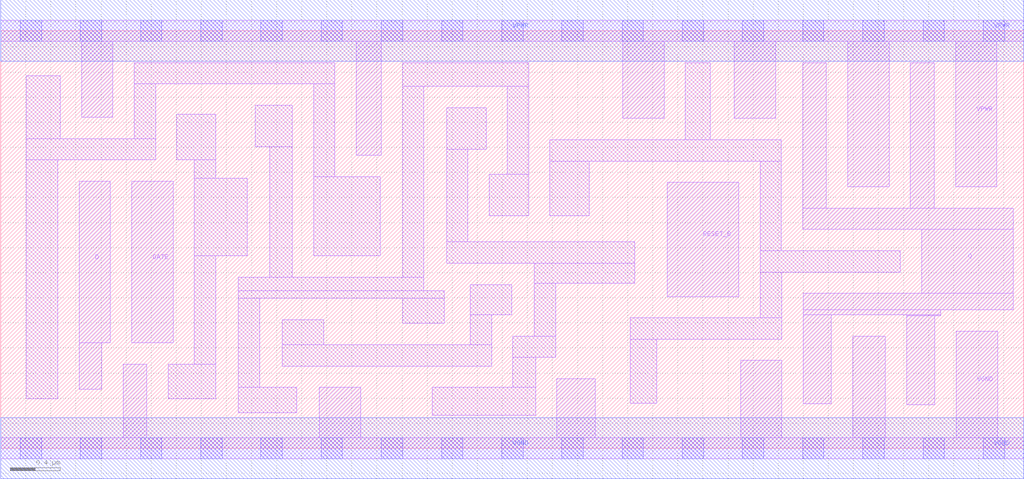
<source format=lef>
# Copyright 2020 The SkyWater PDK Authors
#
# Licensed under the Apache License, Version 2.0 (the "License");
# you may not use this file except in compliance with the License.
# You may obtain a copy of the License at
#
#     https://www.apache.org/licenses/LICENSE-2.0
#
# Unless required by applicable law or agreed to in writing, software
# distributed under the License is distributed on an "AS IS" BASIS,
# WITHOUT WARRANTIES OR CONDITIONS OF ANY KIND, either express or implied.
# See the License for the specific language governing permissions and
# limitations under the License.
#
# SPDX-License-Identifier: Apache-2.0

VERSION 5.7 ;
  NAMESCASESENSITIVE ON ;
  NOWIREEXTENSIONATPIN ON ;
  DIVIDERCHAR "/" ;
  BUSBITCHARS "[]" ;
UNITS
  DATABASE MICRONS 200 ;
END UNITS
MACRO sky130_fd_sc_lp__dlrtp_4
  CLASS CORE ;
  SOURCE USER ;
  FOREIGN sky130_fd_sc_lp__dlrtp_4 ;
  ORIGIN  0.000000  0.000000 ;
  SIZE  8.160000 BY  3.330000 ;
  SYMMETRY X Y R90 ;
  SITE unit ;
  PIN D
    ANTENNAGATEAREA  0.159000 ;
    DIRECTION INPUT ;
    USE SIGNAL ;
    PORT
      LAYER li1 ;
        RECT 0.625000 0.470000 0.805000 0.840000 ;
        RECT 0.625000 0.840000 0.875000 2.130000 ;
    END
  END D
  PIN Q
    ANTENNADIFFAREA  1.176000 ;
    DIRECTION OUTPUT ;
    USE SIGNAL ;
    PORT
      LAYER li1 ;
        RECT 6.395000 1.745000 8.075000 1.915000 ;
        RECT 6.395000 1.915000 6.585000 3.075000 ;
        RECT 6.400000 0.355000 6.625000 1.065000 ;
        RECT 6.400000 1.065000 7.495000 1.105000 ;
        RECT 6.400000 1.105000 8.075000 1.235000 ;
        RECT 7.225000 0.345000 7.450000 1.055000 ;
        RECT 7.225000 1.055000 7.495000 1.065000 ;
        RECT 7.255000 1.915000 7.445000 3.075000 ;
        RECT 7.345000 1.235000 8.075000 1.745000 ;
    END
  END Q
  PIN RESET_B
    ANTENNAGATEAREA  0.315000 ;
    DIRECTION INPUT ;
    USE SIGNAL ;
    PORT
      LAYER li1 ;
        RECT 5.315000 1.210000 5.885000 2.120000 ;
    END
  END RESET_B
  PIN GATE
    ANTENNAGATEAREA  0.159000 ;
    DIRECTION INPUT ;
    USE CLOCK ;
    PORT
      LAYER li1 ;
        RECT 1.045000 0.840000 1.375000 2.130000 ;
    END
  END GATE
  PIN VGND
    DIRECTION INOUT ;
    USE GROUND ;
    PORT
      LAYER li1 ;
        RECT 0.000000 -0.085000 8.160000 0.085000 ;
        RECT 0.975000  0.085000 1.165000 0.670000 ;
        RECT 2.540000  0.085000 2.870000 0.485000 ;
        RECT 4.435000  0.085000 4.740000 0.555000 ;
        RECT 5.900000  0.085000 6.230000 0.700000 ;
        RECT 6.795000  0.085000 7.055000 0.895000 ;
        RECT 7.620000  0.085000 7.950000 0.935000 ;
      LAYER mcon ;
        RECT 0.155000 -0.085000 0.325000 0.085000 ;
        RECT 0.635000 -0.085000 0.805000 0.085000 ;
        RECT 1.115000 -0.085000 1.285000 0.085000 ;
        RECT 1.595000 -0.085000 1.765000 0.085000 ;
        RECT 2.075000 -0.085000 2.245000 0.085000 ;
        RECT 2.555000 -0.085000 2.725000 0.085000 ;
        RECT 3.035000 -0.085000 3.205000 0.085000 ;
        RECT 3.515000 -0.085000 3.685000 0.085000 ;
        RECT 3.995000 -0.085000 4.165000 0.085000 ;
        RECT 4.475000 -0.085000 4.645000 0.085000 ;
        RECT 4.955000 -0.085000 5.125000 0.085000 ;
        RECT 5.435000 -0.085000 5.605000 0.085000 ;
        RECT 5.915000 -0.085000 6.085000 0.085000 ;
        RECT 6.395000 -0.085000 6.565000 0.085000 ;
        RECT 6.875000 -0.085000 7.045000 0.085000 ;
        RECT 7.355000 -0.085000 7.525000 0.085000 ;
        RECT 7.835000 -0.085000 8.005000 0.085000 ;
      LAYER met1 ;
        RECT 0.000000 -0.245000 8.160000 0.245000 ;
    END
  END VGND
  PIN VPWR
    DIRECTION INOUT ;
    USE POWER ;
    PORT
      LAYER li1 ;
        RECT 0.000000 3.245000 8.160000 3.415000 ;
        RECT 0.645000 2.640000 0.895000 3.245000 ;
        RECT 2.835000 2.335000 3.035000 3.245000 ;
        RECT 4.960000 2.630000 5.290000 3.245000 ;
        RECT 5.850000 2.630000 6.180000 3.245000 ;
        RECT 6.755000 2.085000 7.085000 3.245000 ;
        RECT 7.615000 2.085000 7.945000 3.245000 ;
      LAYER mcon ;
        RECT 0.155000 3.245000 0.325000 3.415000 ;
        RECT 0.635000 3.245000 0.805000 3.415000 ;
        RECT 1.115000 3.245000 1.285000 3.415000 ;
        RECT 1.595000 3.245000 1.765000 3.415000 ;
        RECT 2.075000 3.245000 2.245000 3.415000 ;
        RECT 2.555000 3.245000 2.725000 3.415000 ;
        RECT 3.035000 3.245000 3.205000 3.415000 ;
        RECT 3.515000 3.245000 3.685000 3.415000 ;
        RECT 3.995000 3.245000 4.165000 3.415000 ;
        RECT 4.475000 3.245000 4.645000 3.415000 ;
        RECT 4.955000 3.245000 5.125000 3.415000 ;
        RECT 5.435000 3.245000 5.605000 3.415000 ;
        RECT 5.915000 3.245000 6.085000 3.415000 ;
        RECT 6.395000 3.245000 6.565000 3.415000 ;
        RECT 6.875000 3.245000 7.045000 3.415000 ;
        RECT 7.355000 3.245000 7.525000 3.415000 ;
        RECT 7.835000 3.245000 8.005000 3.415000 ;
      LAYER met1 ;
        RECT 0.000000 3.085000 8.160000 3.575000 ;
    END
  END VPWR
  OBS
    LAYER li1 ;
      RECT 0.205000 0.395000 0.455000 2.300000 ;
      RECT 0.205000 2.300000 1.235000 2.470000 ;
      RECT 0.205000 2.470000 0.475000 2.970000 ;
      RECT 1.065000 2.470000 1.235000 2.905000 ;
      RECT 1.065000 2.905000 2.665000 3.075000 ;
      RECT 1.335000 0.395000 1.715000 0.670000 ;
      RECT 1.405000 2.300000 1.715000 2.665000 ;
      RECT 1.545000 0.670000 1.715000 1.535000 ;
      RECT 1.545000 1.535000 1.965000 2.155000 ;
      RECT 1.545000 2.155000 1.715000 2.300000 ;
      RECT 1.895000 0.285000 2.360000 0.485000 ;
      RECT 1.895000 0.485000 2.065000 1.195000 ;
      RECT 1.895000 1.195000 3.535000 1.255000 ;
      RECT 1.895000 1.255000 3.375000 1.365000 ;
      RECT 2.030000 2.405000 2.325000 2.735000 ;
      RECT 2.145000 1.365000 2.325000 2.405000 ;
      RECT 2.245000 0.655000 3.915000 0.825000 ;
      RECT 2.245000 0.825000 2.575000 1.025000 ;
      RECT 2.495000 1.535000 3.025000 2.165000 ;
      RECT 2.495000 2.165000 2.665000 2.905000 ;
      RECT 3.205000 0.995000 3.535000 1.195000 ;
      RECT 3.205000 1.365000 3.375000 2.885000 ;
      RECT 3.205000 2.885000 4.210000 3.075000 ;
      RECT 3.440000 0.265000 4.265000 0.485000 ;
      RECT 3.555000 1.475000 5.055000 1.645000 ;
      RECT 3.555000 1.645000 3.725000 2.385000 ;
      RECT 3.555000 2.385000 3.870000 2.715000 ;
      RECT 3.745000 0.825000 3.915000 1.065000 ;
      RECT 3.745000 1.065000 4.075000 1.305000 ;
      RECT 3.895000 1.855000 4.210000 2.185000 ;
      RECT 4.040000 2.185000 4.210000 2.885000 ;
      RECT 4.085000 0.485000 4.265000 0.725000 ;
      RECT 4.085000 0.725000 4.425000 0.895000 ;
      RECT 4.255000 0.895000 4.425000 1.315000 ;
      RECT 4.255000 1.315000 5.055000 1.475000 ;
      RECT 4.380000 1.855000 4.695000 2.290000 ;
      RECT 4.380000 2.290000 6.225000 2.460000 ;
      RECT 5.020000 0.360000 5.230000 0.870000 ;
      RECT 5.020000 0.870000 6.230000 1.040000 ;
      RECT 5.460000 2.460000 5.660000 3.075000 ;
      RECT 6.055000 1.040000 6.230000 1.405000 ;
      RECT 6.055000 1.405000 7.175000 1.575000 ;
      RECT 6.055000 1.575000 6.225000 2.290000 ;
  END
END sky130_fd_sc_lp__dlrtp_4

</source>
